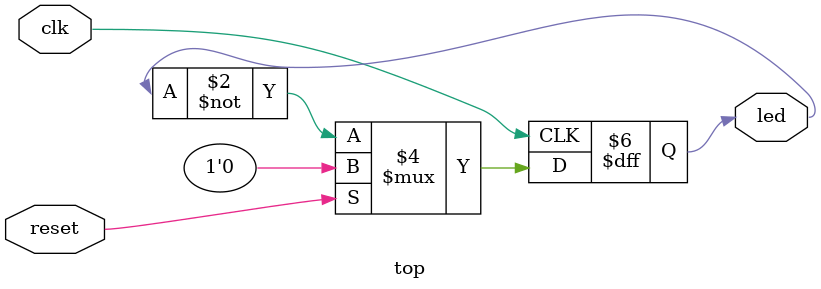
<source format=v>
module top (clk, reset, led);
    
    input clk;
    input reset;
    output led;
    reg led;                                   

    always @(posedge clk)
        if (reset)
            led <= 0;
        else 
            led <= ~led;

endmodule  

</source>
